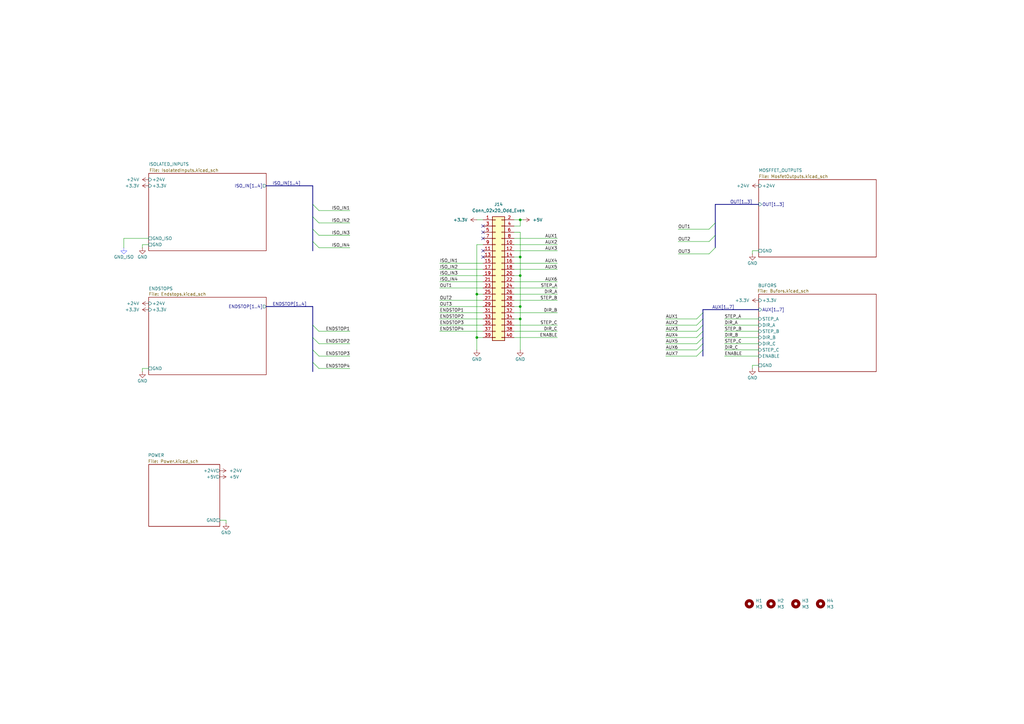
<source format=kicad_sch>
(kicad_sch (version 20250114) (generator "eeschema") (generator_version "9.0")
  (paper "A3")
  (lib_symbols
    (symbol "Connector_Generic:Conn_02x20_Odd_Even" (pin_names (offset 1.016) (hide yes))
      (property "Reference" "J" (at 1.27 25.4 0))
      (property "Value" "Conn_02x20_Odd_Even" (at 1.27 -27.94 0))
      (symbol "Conn_02x20_Odd_Even_1_1"
        (rectangle (start -1.27 24.13) (end 3.81 -26.67) (stroke (width 0.254)) (fill (type background)))
        (rectangle (start -1.27 22.987) (end 0 22.733) (stroke (width 0.1524)))
        (rectangle (start -1.27 20.447) (end 0 20.193) (stroke (width 0.1524)))
        (rectangle (start -1.27 17.907) (end 0 17.653) (stroke (width 0.1524)))
        (rectangle (start -1.27 15.367) (end 0 15.113) (stroke (width 0.1524)))
        (rectangle (start -1.27 12.827) (end 0 12.573) (stroke (width 0.1524)))
        (rectangle (start -1.27 10.287) (end 0 10.033) (stroke (width 0.1524)))
        (rectangle (start -1.27 7.747) (end 0 7.493) (stroke (width 0.1524)))
        (rectangle (start -1.27 5.207) (end 0 4.953) (stroke (width 0.1524)))
        (rectangle (start -1.27 2.667) (end 0 2.413) (stroke (width 0.1524)))
        (rectangle (start -1.27 0.127) (end 0 -0.127) (stroke (width 0.1524)))
        (rectangle (start -1.27 -2.413) (end 0 -2.667) (stroke (width 0.1524)))
        (rectangle (start -1.27 -4.953) (end 0 -5.207) (stroke (width 0.1524)))
        (rectangle (start -1.27 -7.493) (end 0 -7.747) (stroke (width 0.1524)))
        (rectangle (start -1.27 -10.033) (end 0 -10.287) (stroke (width 0.1524)))
        (rectangle (start -1.27 -12.573) (end 0 -12.827) (stroke (width 0.1524)))
        (rectangle (start -1.27 -15.113) (end 0 -15.367) (stroke (width 0.1524)))
        (rectangle (start -1.27 -17.653) (end 0 -17.907) (stroke (width 0.1524)))
        (rectangle (start -1.27 -20.193) (end 0 -20.447) (stroke (width 0.1524)))
        (rectangle (start -1.27 -22.733) (end 0 -22.987) (stroke (width 0.1524)))
        (rectangle (start -1.27 -25.273) (end 0 -25.527) (stroke (width 0.1524)))
        (rectangle (start 3.81 22.987) (end 2.54 22.733) (stroke (width 0.1524)))
        (rectangle (start 3.81 20.447) (end 2.54 20.193) (stroke (width 0.1524)))
        (rectangle (start 3.81 17.907) (end 2.54 17.653) (stroke (width 0.1524)))
        (rectangle (start 3.81 15.367) (end 2.54 15.113) (stroke (width 0.1524)))
        (rectangle (start 3.81 12.827) (end 2.54 12.573) (stroke (width 0.1524)))
        (rectangle (start 3.81 10.287) (end 2.54 10.033) (stroke (width 0.1524)))
        (rectangle (start 3.81 7.747) (end 2.54 7.493) (stroke (width 0.1524)))
        (rectangle (start 3.81 5.207) (end 2.54 4.953) (stroke (width 0.1524)))
        (rectangle (start 3.81 2.667) (end 2.54 2.413) (stroke (width 0.1524)))
        (rectangle (start 3.81 0.127) (end 2.54 -0.127) (stroke (width 0.1524)))
        (rectangle (start 3.81 -2.413) (end 2.54 -2.667) (stroke (width 0.1524)))
        (rectangle (start 3.81 -4.953) (end 2.54 -5.207) (stroke (width 0.1524)))
        (rectangle (start 3.81 -7.493) (end 2.54 -7.747) (stroke (width 0.1524)))
        (rectangle (start 3.81 -10.033) (end 2.54 -10.287) (stroke (width 0.1524)))
        (rectangle (start 3.81 -12.573) (end 2.54 -12.827) (stroke (width 0.1524)))
        (rectangle (start 3.81 -15.113) (end 2.54 -15.367) (stroke (width 0.1524)))
        (rectangle (start 3.81 -17.653) (end 2.54 -17.907) (stroke (width 0.1524)))
        (rectangle (start 3.81 -20.193) (end 2.54 -20.447) (stroke (width 0.1524)))
        (rectangle (start 3.81 -22.733) (end 2.54 -22.987) (stroke (width 0.1524)))
        (rectangle (start 3.81 -25.273) (end 2.54 -25.527) (stroke (width 0.1524)))
        (pin passive line (at -5.08 22.86 0) (length 3.81) (name "Pin_1") (number "1"))
        (pin passive line (at -5.08 20.32 0) (length 3.81) (name "Pin_3") (number "3"))
        (pin passive line (at -5.08 17.78 0) (length 3.81) (name "Pin_5") (number "5"))
        (pin passive line (at -5.08 15.24 0) (length 3.81) (name "Pin_7") (number "7"))
        (pin passive line (at -5.08 12.7 0) (length 3.81) (name "Pin_9") (number "9"))
        (pin passive line (at -5.08 10.16 0) (length 3.81) (name "Pin_11") (number "11"))
        (pin passive line (at -5.08 7.62 0) (length 3.81) (name "Pin_13") (number "13"))
        (pin passive line (at -5.08 5.08 0) (length 3.81) (name "Pin_15") (number "15"))
        (pin passive line (at -5.08 2.54 0) (length 3.81) (name "Pin_17") (number "17"))
        (pin passive line (at -5.08 0 0) (length 3.81) (name "Pin_19") (number "19"))
        (pin passive line (at -5.08 -2.54 0) (length 3.81) (name "Pin_21") (number "21"))
        (pin passive line (at -5.08 -5.08 0) (length 3.81) (name "Pin_23") (number "23"))
        (pin passive line (at -5.08 -7.62 0) (length 3.81) (name "Pin_25") (number "25"))
        (pin passive line (at -5.08 -10.16 0) (length 3.81) (name "Pin_27") (number "27"))
        (pin passive line (at -5.08 -12.7 0) (length 3.81) (name "Pin_29") (number "29"))
        (pin passive line (at -5.08 -15.24 0) (length 3.81) (name "Pin_31") (number "31"))
        (pin passive line (at -5.08 -17.78 0) (length 3.81) (name "Pin_33") (number "33"))
        (pin passive line (at -5.08 -20.32 0) (length 3.81) (name "Pin_35") (number "35"))
        (pin passive line (at -5.08 -22.86 0) (length 3.81) (name "Pin_37") (number "37"))
        (pin passive line (at -5.08 -25.4 0) (length 3.81) (name "Pin_39") (number "39"))
        (pin passive line (at 7.62 22.86 180) (length 3.81) (name "Pin_2") (number "2"))
        (pin passive line (at 7.62 20.32 180) (length 3.81) (name "Pin_4") (number "4"))
        (pin passive line (at 7.62 17.78 180) (length 3.81) (name "Pin_6") (number "6"))
        (pin passive line (at 7.62 15.24 180) (length 3.81) (name "Pin_8") (number "8"))
        (pin passive line (at 7.62 12.7 180) (length 3.81) (name "Pin_10") (number "10"))
        (pin passive line (at 7.62 10.16 180) (length 3.81) (name "Pin_12") (number "12"))
        (pin passive line (at 7.62 7.62 180) (length 3.81) (name "Pin_14") (number "14"))
        (pin passive line (at 7.62 5.08 180) (length 3.81) (name "Pin_16") (number "16"))
        (pin passive line (at 7.62 2.54 180) (length 3.81) (name "Pin_18") (number "18"))
        (pin passive line (at 7.62 0 180) (length 3.81) (name "Pin_20") (number "20"))
        (pin passive line (at 7.62 -2.54 180) (length 3.81) (name "Pin_22") (number "22"))
        (pin passive line (at 7.62 -5.08 180) (length 3.81) (name "Pin_24") (number "24"))
        (pin passive line (at 7.62 -7.62 180) (length 3.81) (name "Pin_26") (number "26"))
        (pin passive line (at 7.62 -10.16 180) (length 3.81) (name "Pin_28") (number "28"))
        (pin passive line (at 7.62 -12.7 180) (length 3.81) (name "Pin_30") (number "30"))
        (pin passive line (at 7.62 -15.24 180) (length 3.81) (name "Pin_32") (number "32"))
        (pin passive line (at 7.62 -17.78 180) (length 3.81) (name "Pin_34") (number "34"))
        (pin passive line (at 7.62 -20.32 180) (length 3.81) (name "Pin_36") (number "36"))
        (pin passive line (at 7.62 -22.86 180) (length 3.81) (name "Pin_38") (number "38"))
        (pin passive line (at 7.62 -25.4 180) (length 3.81) (name "Pin_40") (number "40"))
      )
    )
    (symbol "Mechanical:MountingHole" (pin_names (offset 1.016)) (in_bom no)
      (property "Reference" "H" (at 0 5.08 0))
      (property "Value" "MountingHole" (at 0 3.175 0))
      (symbol "MountingHole_0_1"
        (circle (center 0 0) (radius 1.27) (stroke (width 1.27)))
      )
    )
    (symbol "power:+24V" (power) (pin_numbers (hide yes)) (pin_names (offset 0) (hide yes))
      (property "Value" "+24V" (at 0 3.556 0))
      (symbol "+24V_0_1"
        (polyline (pts (xy -0.762 1.27) (xy 0 2.54)))
        (polyline (pts (xy 0 2.54) (xy 0.762 1.27)))
        (polyline (pts (xy 0 0) (xy 0 2.54)))
      )
      (symbol "+24V_1_1"
        (pin power_in line (at 0 0 90) (length 0) (name "~") (number "1"))
      )
    )
    (symbol "power:+3.3V" (power) (pin_numbers (hide yes)) (pin_names (offset 0) (hide yes))
      (property "Value" "+3.3V" (at 0 3.556 0))
      (symbol "+3.3V_0_1"
        (polyline (pts (xy -0.762 1.27) (xy 0 2.54)))
        (polyline (pts (xy 0 2.54) (xy 0.762 1.27)))
        (polyline (pts (xy 0 0) (xy 0 2.54)))
      )
      (symbol "+3.3V_1_1"
        (pin power_in line (at 0 0 90) (length 0) (name "~") (number "1"))
      )
    )
    (symbol "power:GND" (power) (pin_numbers (hide yes)) (pin_names (offset 0) (hide yes))
      (property "Value" "GND" (at 0 -3.81 0))
      (symbol "GND_0_1"
        (polyline (pts (xy 0 0) (xy 0 -1.27) (xy 1.27 -1.27) (xy 0 -2.54) (xy -1.27 -1.27) (xy 0 -1.27)))
      )
      (symbol "GND_1_1"
        (pin power_in line (at 0 0 270) (length 0) (name "~") (number "1"))
      )
    )
    (symbol "power:GND1" (power) (pin_numbers (hide yes)) (pin_names (offset 0) (hide yes))
      (property "Value" "GND_ISO" (at 0 -5.08 0))
      (symbol "GND1_0_1"
        (polyline (pts (xy 0 0) (xy 0 -1.27) (xy 1.27 -1.27) (xy 0 -2.54) (xy -1.27 -1.27) (xy 0 -1.27)) (stroke (width 0) (color 77 89 255 1)))
      )
      (symbol "GND1_1_1"
        (pin power_in line (at 0 0 270) (length 0) (name "~") (number "1"))
      )
    )
  )
  (junction (at 195.58 120.65))
  (junction (at 213.36 90.17))
  (junction (at 213.36 105.41))
  (junction (at 213.36 125.73))
  (junction (at 213.36 130.81))
  (junction (at 195.58 138.43))
  (junction (at 213.36 113.03))
  (no_connect (at 198.12 97.79))
  (no_connect (at 198.12 105.41))
  (no_connect (at 198.12 92.71))
  (no_connect (at 198.12 102.87))
  (no_connect (at 198.12 95.25))
  (bus_entry (at 288.29 135.89) (size -2.54 2.54))
  (bus_entry (at 128.27 138.43) (size 2.54 2.54))
  (bus_entry (at 128.27 143.51) (size 2.54 2.54))
  (bus_entry (at 288.29 138.43) (size -2.54 2.54))
  (bus_entry (at 128.27 148.59) (size 2.54 2.54))
  (bus_entry (at 128.27 133.35) (size 2.54 2.54))
  (bus_entry (at 128.27 99.06) (size 2.54 2.54))
  (bus_entry (at 288.29 133.35) (size -2.54 2.54))
  (bus_entry (at 293.37 96.52) (size -2.54 2.54))
  (bus_entry (at 288.29 128.27) (size -2.54 2.54))
  (bus_entry (at 288.29 143.51) (size -2.54 2.54))
  (bus_entry (at 293.37 91.44) (size -2.54 2.54))
  (bus_entry (at 128.27 88.9) (size 2.54 2.54))
  (bus_entry (at 128.27 83.82) (size 2.54 2.54))
  (bus_entry (at 288.29 130.81) (size -2.54 2.54))
  (bus_entry (at 128.27 93.98) (size 2.54 2.54))
  (bus_entry (at 288.29 140.97) (size -2.54 2.54))
  (bus_entry (at 293.37 101.6) (size -2.54 2.54))
  (wire (pts (xy 213.36 130.81) (xy 213.36 143.51)))
  (bus (pts (xy 288.29 140.97) (xy 288.29 143.51)))
  (wire (pts (xy 50.8 101.6) (xy 50.8 97.79)))
  (wire (pts (xy 50.8 97.79) (xy 60.96 97.79)))
  (wire (pts (xy 297.18 130.81) (xy 311.15 130.81)))
  (wire (pts (xy 308.61 151.13) (xy 308.61 149.86)))
  (wire (pts (xy 195.58 90.17) (xy 198.12 90.17)))
  (wire (pts (xy 290.83 104.14) (xy 278.13 104.14)))
  (wire (pts (xy 130.81 140.97) (xy 143.51 140.97)))
  (bus (pts (xy 128.27 99.06) (xy 128.27 102.87)))
  (bus (pts (xy 128.27 143.51) (xy 128.27 148.59)))
  (bus (pts (xy 128.27 93.98) (xy 128.27 99.06)))
  (wire (pts (xy 210.82 100.33) (xy 228.6 100.33)))
  (bus (pts (xy 288.29 143.51) (xy 288.29 146.05)))
  (bus (pts (xy 288.29 127) (xy 311.15 127)))
  (wire (pts (xy 58.42 100.33) (xy 60.96 100.33)))
  (wire (pts (xy 213.36 95.25) (xy 213.36 105.41)))
  (bus (pts (xy 128.27 138.43) (xy 128.27 143.51)))
  (wire (pts (xy 210.82 120.65) (xy 228.6 120.65)))
  (bus (pts (xy 288.29 135.89) (xy 288.29 133.35)))
  (wire (pts (xy 297.18 138.43) (xy 311.15 138.43)))
  (wire (pts (xy 290.83 93.98) (xy 278.13 93.98)))
  (wire (pts (xy 180.34 133.35) (xy 198.12 133.35)))
  (wire (pts (xy 308.61 104.14) (xy 308.61 102.87)))
  (wire (pts (xy 92.71 214.63) (xy 92.71 213.36)))
  (wire (pts (xy 210.82 92.71) (xy 213.36 92.71)))
  (wire (pts (xy 195.58 138.43) (xy 195.58 143.51)))
  (wire (pts (xy 297.18 140.97) (xy 311.15 140.97)))
  (wire (pts (xy 58.42 151.13) (xy 60.96 151.13)))
  (wire (pts (xy 130.81 146.05) (xy 143.51 146.05)))
  (wire (pts (xy 180.34 125.73) (xy 198.12 125.73)))
  (wire (pts (xy 130.81 96.52) (xy 143.51 96.52)))
  (wire (pts (xy 92.71 213.36) (xy 90.17 213.36)))
  (wire (pts (xy 210.82 125.73) (xy 213.36 125.73)))
  (wire (pts (xy 130.81 151.13) (xy 143.51 151.13)))
  (wire (pts (xy 213.36 90.17) (xy 213.36 92.71)))
  (wire (pts (xy 195.58 120.65) (xy 195.58 138.43)))
  (bus (pts (xy 128.27 88.9) (xy 128.27 93.98)))
  (wire (pts (xy 195.58 100.33) (xy 195.58 120.65)))
  (wire (pts (xy 130.81 91.44) (xy 143.51 91.44)))
  (wire (pts (xy 210.82 130.81) (xy 213.36 130.81)))
  (wire (pts (xy 210.82 95.25) (xy 213.36 95.25)))
  (wire (pts (xy 180.34 135.89) (xy 198.12 135.89)))
  (wire (pts (xy 210.82 107.95) (xy 228.6 107.95)))
  (wire (pts (xy 290.83 99.06) (xy 278.13 99.06)))
  (wire (pts (xy 297.18 133.35) (xy 311.15 133.35)))
  (bus (pts (xy 288.29 128.27) (xy 288.29 127)))
  (wire (pts (xy 130.81 135.89) (xy 143.51 135.89)))
  (wire (pts (xy 210.82 97.79) (xy 228.6 97.79)))
  (wire (pts (xy 285.75 135.89) (xy 273.05 135.89)))
  (bus (pts (xy 128.27 125.73) (xy 128.27 133.35)))
  (wire (pts (xy 213.36 113.03) (xy 213.36 125.73)))
  (bus (pts (xy 288.29 133.35) (xy 288.29 130.81)))
  (wire (pts (xy 308.61 102.87) (xy 311.15 102.87)))
  (wire (pts (xy 180.34 123.19) (xy 198.12 123.19)))
  (wire (pts (xy 195.58 120.65) (xy 198.12 120.65)))
  (wire (pts (xy 180.34 113.03) (xy 198.12 113.03)))
  (wire (pts (xy 130.81 101.6) (xy 143.51 101.6)))
  (bus (pts (xy 128.27 133.35) (xy 128.27 138.43)))
  (wire (pts (xy 285.75 146.05) (xy 273.05 146.05)))
  (bus (pts (xy 288.29 138.43) (xy 288.29 140.97)))
  (wire (pts (xy 180.34 115.57) (xy 198.12 115.57)))
  (wire (pts (xy 180.34 118.11) (xy 198.12 118.11)))
  (wire (pts (xy 285.75 140.97) (xy 273.05 140.97)))
  (wire (pts (xy 285.75 133.35) (xy 273.05 133.35)))
  (wire (pts (xy 210.82 113.03) (xy 213.36 113.03)))
  (wire (pts (xy 180.34 128.27) (xy 198.12 128.27)))
  (wire (pts (xy 297.18 135.89) (xy 311.15 135.89)))
  (bus (pts (xy 128.27 83.82) (xy 128.27 88.9)))
  (wire (pts (xy 210.82 118.11) (xy 228.6 118.11)))
  (wire (pts (xy 210.82 105.41) (xy 213.36 105.41)))
  (wire (pts (xy 297.18 146.05) (xy 311.15 146.05)))
  (wire (pts (xy 180.34 110.49) (xy 198.12 110.49)))
  (bus (pts (xy 311.15 83.82) (xy 293.37 83.82)))
  (wire (pts (xy 210.82 128.27) (xy 228.6 128.27)))
  (bus (pts (xy 293.37 83.82) (xy 293.37 91.44)))
  (wire (pts (xy 285.75 138.43) (xy 273.05 138.43)))
  (wire (pts (xy 210.82 102.87) (xy 228.6 102.87)))
  (wire (pts (xy 195.58 138.43) (xy 198.12 138.43)))
  (wire (pts (xy 285.75 143.51) (xy 273.05 143.51)))
  (wire (pts (xy 130.81 86.36) (xy 143.51 86.36)))
  (wire (pts (xy 213.36 105.41) (xy 213.36 113.03)))
  (bus (pts (xy 288.29 138.43) (xy 288.29 135.89)))
  (wire (pts (xy 58.42 152.4) (xy 58.42 151.13)))
  (wire (pts (xy 210.82 138.43) (xy 228.6 138.43)))
  (bus (pts (xy 128.27 76.2) (xy 128.27 83.82)))
  (wire (pts (xy 58.42 101.6) (xy 58.42 100.33)))
  (wire (pts (xy 210.82 115.57) (xy 228.6 115.57)))
  (wire (pts (xy 308.61 149.86) (xy 311.15 149.86)))
  (wire (pts (xy 285.75 130.81) (xy 273.05 130.81)))
  (wire (pts (xy 195.58 100.33) (xy 198.12 100.33)))
  (wire (pts (xy 297.18 143.51) (xy 311.15 143.51)))
  (bus (pts (xy 109.22 76.2) (xy 128.27 76.2)))
  (wire (pts (xy 210.82 90.17) (xy 213.36 90.17)))
  (wire (pts (xy 210.82 123.19) (xy 228.6 123.19)))
  (wire (pts (xy 210.82 133.35) (xy 228.6 133.35)))
  (bus (pts (xy 293.37 96.52) (xy 293.37 101.6)))
  (bus (pts (xy 288.29 128.27) (xy 288.29 130.81)))
  (wire (pts (xy 180.34 107.95) (xy 198.12 107.95)))
  (bus (pts (xy 293.37 91.44) (xy 293.37 96.52)))
  (wire (pts (xy 210.82 110.49) (xy 228.6 110.49)))
  (bus (pts (xy 128.27 148.59) (xy 128.27 152.4)))
  (bus (pts (xy 109.22 125.73) (xy 128.27 125.73)))
  (wire (pts (xy 210.82 135.89) (xy 228.6 135.89)))
  (wire (pts (xy 213.36 90.17) (xy 214.63 90.17)))
  (wire (pts (xy 180.34 130.81) (xy 198.12 130.81)))
  (wire (pts (xy 213.36 125.73) (xy 213.36 130.81)))
  (label "AUX2" (at 273.05 133.35 0))
  (label "STEP_A" (at 228.6 118.11 180))
  (label "AUX5" (at 273.05 140.97 0))
  (label "AUX6" (at 273.05 143.51 0))
  (label "AUX7" (at 273.05 146.05 0))
  (label "ENDSTOP2" (at 180.34 130.81 0))
  (label "ISO_IN4" (at 180.34 115.57 0))
  (label "STEP_B" (at 297.18 135.89 0))
  (label "OUT2" (at 180.34 123.19 0))
  (label "DIR_C" (at 228.6 135.89 180))
  (label "ENDSTOP4" (at 143.51 151.13 180))
  (label "STEP_A" (at 297.18 130.81 0))
  (label "ISO_IN3" (at 180.34 113.03 0))
  (label "AUX6" (at 228.6 115.57 180))
  (label "OUT1" (at 180.34 118.11 0))
  (label "AUX4" (at 273.05 138.43 0))
  (label "DIR_A" (at 228.6 120.65 180))
  (label "AUX3" (at 273.05 135.89 0))
  (label "STEP_C" (at 228.6 133.35 180))
  (label "OUT3" (at 278.13 104.14 0))
  (label "AUX1" (at 273.05 130.81 0))
  (label "ISO_IN2" (at 180.34 110.49 0))
  (label "ENDSTOP1" (at 143.51 135.89 180))
  (label "AUX3" (at 228.6 102.87 180))
  (label "ISO_IN3" (at 143.51 96.52 180))
  (label "ENDSTOP3" (at 180.34 133.35 0))
  (label "ENDSTOP4" (at 180.34 135.89 0))
  (label "DIR_B" (at 297.18 138.43 0))
  (label "AUX4" (at 228.6 107.95 180))
  (label "DIR_C" (at 297.18 143.51 0))
  (label "AUX2" (at 228.6 100.33 180))
  (label "DIR_A" (at 297.18 133.35 0))
  (label "STEP_B" (at 228.6 123.19 180))
  (label "OUT1" (at 278.13 93.98 0))
  (label "ENABLE" (at 228.6 138.43 180))
  (label "ENDSTOP3" (at 143.51 146.05 180))
  (label "ENABLE" (at 297.18 146.05 0))
  (label "OUT[1..3]" (at 308.61 83.82 180))
  (label "AUX5" (at 228.6 110.49 180))
  (label "ENDSTOP1" (at 180.34 128.27 0))
  (label "AUX1" (at 228.6 97.79 180))
  (label "OUT3" (at 180.34 125.73 0))
  (label "ISO_IN1" (at 180.34 107.95 0))
  (label "STEP_C" (at 297.18 140.97 0))
  (label "ENDSTOP2" (at 143.51 140.97 180))
  (label "ISO_IN[1..4]" (at 111.76 76.2 0))
  (label "ENDSTOP[1..4]" (at 111.76 125.73 0))
  (label "AUX[1..7]" (at 292.1 127 0))
  (label "ISO_IN4" (at 143.51 101.6 180))
  (label "DIR_B" (at 228.6 128.27 180))
  (label "OUT2" (at 278.13 99.06 0))
  (label "ISO_IN1" (at 143.51 86.36 180))
  (label "ISO_IN2" (at 143.51 91.44 180))
  (symbol (lib_id "power:+3.3V") (at 60.96 127 90) (unit 1)
    (property "Reference" "#PWR0137" (effects (hide yes)))
    (property "Value" "+3.3V" (at 57.15 126.9999 90) (effects (justify left)))
    (property "Description" "Power symbol creates a global label with name \"+3.3V\"" (effects (hide yes)))
  )
  (symbol (lib_id "power:GND") (at 92.71 214.63 0) (unit 1)
    (property "Reference" "#PWR0139" (effects (hide yes)))
    (property "Value" "GND" (at 92.71 218.44 0))
    (property "Description" "Power symbol creates a global label with name \"GND\" , ground" (effects (hide yes)))
  )
  (symbol (lib_id "Mechanical:MountingHole") (at 336.55 247.65 0) (unit 1) (in_bom no)
    (property "Reference" "H4" (at 339.09 246.3799 0) (effects (justify left)))
    (property "Value" "M3" (at 339.09 248.9199 0) (effects (justify left)))
    (property "Footprint" "Symbol:Screw_Generic_2.0x3.0mm_SilkScreen" (effects (hide yes)))
    (property "Description" "Mounting Hole without connection" (effects (hide yes)))
  )
  (symbol (lib_id "Connector_Generic:Conn_02x20_Odd_Even") (at 203.2 113.03 0) (unit 1)
    (property "Reference" "J14" (at 204.47 83.82 0))
    (property "Value" "Conn_02x20_Odd_Even" (at 204.47 86.36 0))
    (property "Footprint" "Connector_PinSocket_2.54mm:PinSocket_2x20_P2.54mm_Vertical" (effects (hide yes)))
    (property "Description" "Generic connector, double row, 02x20, odd/even pin numbering scheme (row 1 odd numbers, row 2 even numbers), script generated (kicad-library-utils/schlib/autogen/connector/)" (effects (hide yes)))
  )
  (symbol (lib_id "power:GND") (at 58.42 152.4 0) (mirror y) (unit 1)
    (property "Reference" "#PWR0131" (effects (hide yes)))
    (property "Value" "GND" (at 58.42 156.21 0))
    (property "Description" "Power symbol creates a global label with name \"GND\" , ground" (effects (hide yes)))
  )
  (symbol (lib_id "power:+24V") (at 90.17 193.04 270) (mirror x) (unit 1)
    (property "Reference" "#PWR0126" (effects (hide yes)))
    (property "Value" "+24V" (at 93.98 193.0399 90) (effects (justify left)))
    (property "Description" "Power symbol creates a global label with name \"+24V\"" (effects (hide yes)))
  )
  (symbol (lib_id "power:+24V") (at 90.17 195.58 270) (mirror x) (unit 1)
    (property "Reference" "#PWR0130" (effects (hide yes)))
    (property "Value" "+5V" (at 93.98 195.5799 90) (effects (justify left)))
    (property "Description" "Power symbol creates a global label with name \"+24V\"" (effects (hide yes)))
  )
  (symbol (lib_id "power:GND") (at 213.36 143.51 0) (mirror y) (unit 1)
    (property "Reference" "#PWR0141" (effects (hide yes)))
    (property "Value" "GND" (at 213.36 147.32 0))
    (property "Description" "Power symbol creates a global label with name \"GND\" , ground" (effects (hide yes)))
  )
  (symbol (lib_id "Mechanical:MountingHole") (at 316.23 247.65 0) (unit 1) (in_bom no)
    (property "Reference" "H2" (at 318.77 246.3799 0) (effects (justify left)))
    (property "Value" "M3" (at 318.77 248.9199 0) (effects (justify left)))
    (property "Footprint" "Symbol:Screw_Generic_2.0x3.0mm_SilkScreen" (effects (hide yes)))
    (property "Description" "Mounting Hole without connection" (effects (hide yes)))
  )
  (symbol (lib_id "power:GND") (at 58.42 101.6 0) (mirror y) (unit 1)
    (property "Reference" "#PWR0132" (effects (hide yes)))
    (property "Value" "GND" (at 58.42 105.41 0))
    (property "Description" "Power symbol creates a global label with name \"GND\" , ground" (effects (hide yes)))
  )
  (symbol (lib_id "power:+24V") (at 214.63 90.17 270) (mirror x) (unit 1)
    (property "Reference" "#PWR0143" (effects (hide yes)))
    (property "Value" "+5V" (at 218.44 90.1699 90) (effects (justify left)))
    (property "Description" "Power symbol creates a global label with name \"+24V\"" (effects (hide yes)))
  )
  (symbol (lib_id "power:GND") (at 308.61 104.14 0) (mirror y) (unit 1)
    (property "Reference" "#PWR0133" (effects (hide yes)))
    (property "Value" "GND" (at 308.61 107.95 0))
    (property "Description" "Power symbol creates a global label with name \"GND\" , ground" (effects (hide yes)))
  )
  (symbol (lib_id "Mechanical:MountingHole") (at 326.39 247.65 0) (unit 1) (in_bom no)
    (property "Reference" "H3" (at 328.93 246.3799 0) (effects (justify left)))
    (property "Value" "M3" (at 328.93 248.9199 0) (effects (justify left)))
    (property "Footprint" "Symbol:Screw_Generic_2.0x3.0mm_SilkScreen" (effects (hide yes)))
    (property "Description" "Mounting Hole without connection" (effects (hide yes)))
  )
  (symbol (lib_id "power:+24V") (at 60.96 124.46 90) (mirror x) (unit 1)
    (property "Reference" "#PWR0128" (effects (hide yes)))
    (property "Value" "+24V" (at 57.15 124.4599 90) (effects (justify left)))
    (property "Description" "Power symbol creates a global label with name \"+24V\"" (effects (hide yes)))
  )
  (symbol (lib_id "power:+3.3V") (at 195.58 90.17 90) (unit 1)
    (property "Reference" "#PWR0142" (effects (hide yes)))
    (property "Value" "+3.3V" (at 191.77 90.1699 90) (effects (justify left)))
    (property "Description" "Power symbol creates a global label with name \"+3.3V\"" (effects (hide yes)))
  )
  (symbol (lib_id "power:GND") (at 195.58 143.51 0) (mirror y) (unit 1)
    (property "Reference" "#PWR0140" (effects (hide yes)))
    (property "Value" "GND" (at 195.58 147.32 0))
    (property "Description" "Power symbol creates a global label with name \"GND\" , ground" (effects (hide yes)))
  )
  (symbol (lib_id "power:+3.3V") (at 60.96 76.2 90) (unit 1)
    (property "Reference" "#PWR0136" (effects (hide yes)))
    (property "Value" "+3.3V" (at 57.15 76.1999 90) (effects (justify left)))
    (property "Description" "Power symbol creates a global label with name \"+3.3V\"" (effects (hide yes)))
  )
  (symbol (lib_id "Mechanical:MountingHole") (at 307.34 247.65 0) (unit 1) (in_bom no)
    (property "Reference" "H1" (at 309.88 246.3799 0) (effects (justify left)))
    (property "Value" "M3" (at 309.88 248.9199 0) (effects (justify left)))
    (property "Footprint" "Symbol:Screw_Generic_2.0x3.0mm_SilkScreen" (effects (hide yes)))
    (property "Description" "Mounting Hole without connection" (effects (hide yes)))
  )
  (symbol (lib_id "power:GND") (at 308.61 151.13 0) (mirror y) (unit 1)
    (property "Reference" "#PWR0134" (effects (hide yes)))
    (property "Value" "GND" (at 308.61 154.94 0))
    (property "Description" "Power symbol creates a global label with name \"GND\" , ground" (effects (hide yes)))
  )
  (symbol (lib_id "power:+24V") (at 311.15 76.2 90) (mirror x) (unit 1)
    (property "Reference" "#PWR0129" (effects (hide yes)))
    (property "Value" "+24V" (at 307.34 76.1999 90) (effects (justify left)))
    (property "Description" "Power symbol creates a global label with name \"+24V\"" (effects (hide yes)))
  )
  (symbol (lib_id "power:+24V") (at 60.96 73.66 90) (mirror x) (unit 1)
    (property "Reference" "#PWR0127" (effects (hide yes)))
    (property "Value" "+24V" (at 57.15 73.6599 90) (effects (justify left)))
    (property "Description" "Power symbol creates a global label with name \"+24V\"" (effects (hide yes)))
  )
  (symbol (lib_id "power:+3.3V") (at 311.15 123.19 90) (unit 1)
    (property "Reference" "#PWR0138" (effects (hide yes)))
    (property "Value" "+3.3V" (at 307.34 123.1899 90) (effects (justify left)))
    (property "Description" "Power symbol creates a global label with name \"+3.3V\"" (effects (hide yes)))
  )
  (symbol (lib_id "power:GND1") (at 50.8 101.6 0) (unit 1)
    (property "Reference" "#PWR0135" (effects (hide yes)))
    (property "Value" "GND_ISO" (at 50.8 105.41 0))
    (property "Description" "Power symbol creates a global label with name \"GND1\" , ground" (effects (hide yes)))
  )
  (sheet (at 311.15 73.66) (size 48.26 31.75) (stroke (width 0.1524))
    (property "Sheetname" "MOSFFET_OUTPUTS" (at 311.15 70.612 0) (effects (justify left bottom)))
    (property "Sheetfile" "MosfetOutputs.kicad_sch" (at 311.15 71.628 0) (effects (justify left top)))
    (pin "GND" passive (at 311.15 102.87 180))
    (pin "+24V" input (at 311.15 76.2 180))
    (pin "OUT[1..3]" input (at 311.15 83.82 180))
  )
  (sheet (at 60.96 71.12) (size 48.26 31.75) (stroke (width 0.1524))
    (property "Sheetname" "ISOLATED_INPUTS" (at 60.96 68.072 0) (effects (justify left bottom)))
    (property "Sheetfile" "IsolatedInputs.kicad_sch" (at 61.214 69.088 0) (effects (justify left top)))
    (pin "ISO_IN[1..4]" output (at 109.22 76.2 0))
    (pin "+24V" input (at 60.96 73.66 180))
    (pin "GND" passive (at 60.96 100.33 180))
    (pin "+3.3V" input (at 60.96 76.2 180))
    (pin "GND_ISO" passive (at 60.96 97.79 180))
  )
  (sheet (at 60.96 190.5) (size 29.21 25.4) (stroke (width 0.1524))
    (property "Sheetname" "POWER" (at 60.706 187.452 0) (effects (justify left bottom)))
    (property "Sheetfile" "Power.kicad_sch" (at 60.706 188.468 0) (effects (justify left top)))
    (pin "+5V" output (at 90.17 195.58 0))
    (pin "+24V" output (at 90.17 193.04 0))
    (pin "GND" passive (at 90.17 213.36 0))
  )
  (sheet (at 311.15 120.65) (size 48.26 31.75) (stroke (width 0.1524))
    (property "Sheetname" "BUFORS" (at 310.896 117.856 0) (effects (justify left bottom)))
    (property "Sheetfile" "Bufors.kicad_sch" (at 310.642 118.618 0) (effects (justify left top)))
    (pin "+3.3V" input (at 311.15 123.19 180))
    (pin "GND" passive (at 311.15 149.86 180))
    (pin "AUX[1..7]" input (at 311.15 127 180))
    (pin "STEP_B" input (at 311.15 135.89 180))
    (pin "DIR_A" input (at 311.15 133.35 180))
    (pin "DIR_C" input (at 311.15 140.97 180))
    (pin "ENABLE" input (at 311.15 146.05 180))
    (pin "STEP_C" input (at 311.15 143.51 180))
    (pin "DIR_B" input (at 311.15 138.43 180))
    (pin "STEP_A" input (at 311.15 130.81 180))
  )
  (sheet (at 60.96 121.92) (size 48.26 31.75) (stroke (width 0.1524))
    (property "Sheetname" "ENDSTOPS" (at 60.96 119.126 0) (effects (justify left bottom)))
    (property "Sheetfile" "Endstops.kicad_sch" (at 60.96 119.888 0) (effects (justify left top)))
    (pin "+3.3V" input (at 60.96 127 180))
    (pin "+24V" input (at 60.96 124.46 180))
    (pin "GND" passive (at 60.96 151.13 180))
    (pin "ENDSTOP[1..4]" output (at 109.22 125.73 0))
  )
)
</source>
